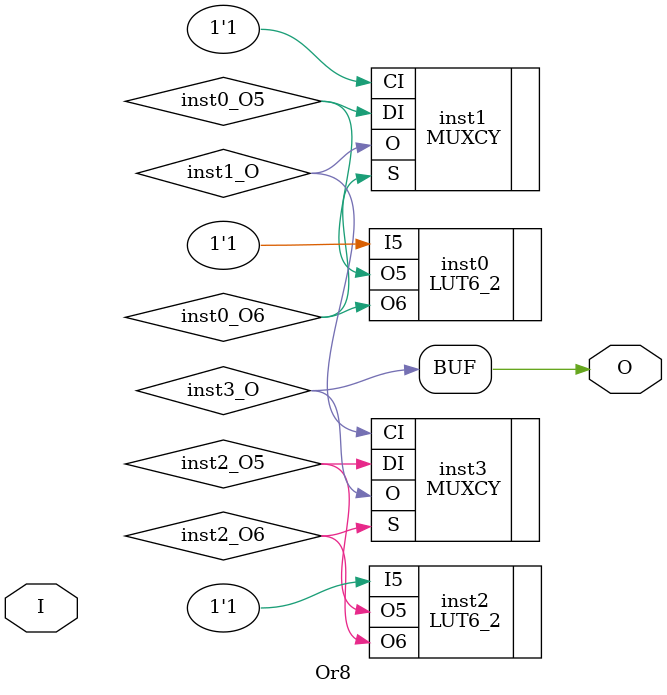
<source format=v>
module Or8 (input [7:0] I, output  O);
wire  inst0_O5;
wire  inst0_O6;
wire  inst1_O;
wire  inst2_O5;
wire  inst2_O6;
wire  inst3_O;
LUT6_2 #(.INIT(64'h0001000100010001)) inst0 (.I5(1'b1), .O5(inst0_O5), .O6(inst0_O6));
MUXCY inst1 (.DI(inst0_O5), .CI(1'b1), .S(inst0_O6), .O(inst1_O));
LUT6_2 #(.INIT(64'h0001000100010001)) inst2 (.I5(1'b1), .O5(inst2_O5), .O6(inst2_O6));
MUXCY inst3 (.DI(inst2_O5), .CI(inst1_O), .S(inst2_O6), .O(inst3_O));
assign O = inst3_O;
endmodule


</source>
